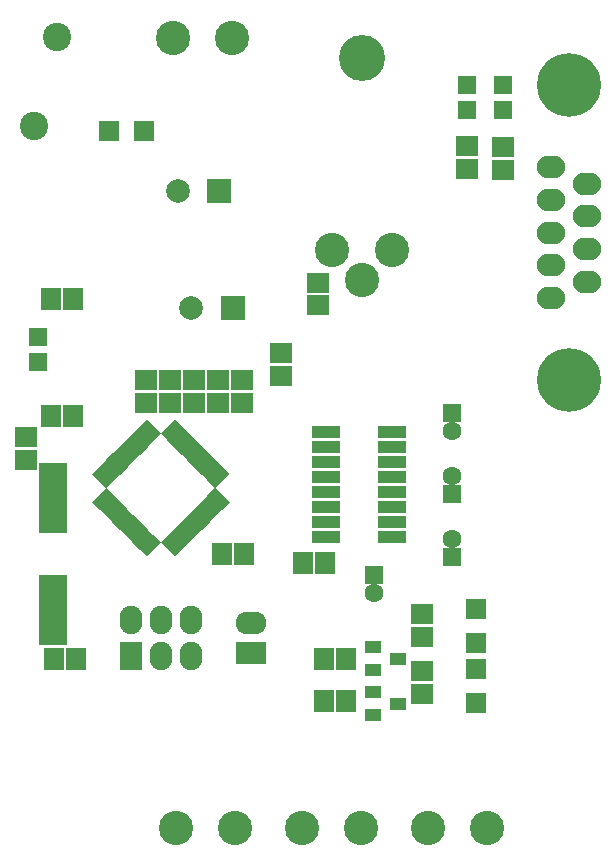
<source format=gts>
G04 #@! TF.FileFunction,Soldermask,Top*
%FSLAX46Y46*%
G04 Gerber Fmt 4.6, Leading zero omitted, Abs format (unit mm)*
G04 Created by KiCad (PCBNEW 4.0.6) date 12/06/17 14:38:59*
%MOMM*%
%LPD*%
G01*
G04 APERTURE LIST*
%ADD10C,0.100000*%
%ADD11R,1.598880X1.598880*%
%ADD12C,2.899360*%
%ADD13C,3.897580*%
%ADD14R,1.700480X1.799540*%
%ADD15R,1.700480X1.898600*%
%ADD16R,1.898600X1.700480*%
%ADD17R,2.000000X2.000000*%
%ADD18C,2.000000*%
%ADD19R,1.799540X1.700480*%
%ADD20C,2.900000*%
%ADD21R,1.924000X2.398980*%
%ADD22O,1.924000X2.398980*%
%ADD23R,2.599640X1.924000*%
%ADD24O,2.599640X1.924000*%
%ADD25C,5.401260*%
%ADD26O,2.398980X1.901140*%
%ADD27R,1.400760X0.999440*%
%ADD28C,2.400000*%
%ADD29R,2.398980X0.999440*%
%ADD30R,2.398980X5.899100*%
%ADD31R,1.600000X1.600000*%
%ADD32C,1.600000*%
G04 APERTURE END LIST*
D10*
D11*
X22606000Y-45432980D03*
X22606000Y-47531020D03*
X58928000Y-26195020D03*
X58928000Y-24096980D03*
X61976000Y-26195020D03*
X61976000Y-24096980D03*
D12*
X52578000Y-38049200D03*
X47498000Y-38049200D03*
X50038000Y-40589200D03*
D13*
X50038000Y-21793200D03*
D14*
X31549340Y-27940000D03*
X28648660Y-27940000D03*
D15*
X25590500Y-52070000D03*
X23685500Y-52070000D03*
X23939500Y-72644000D03*
X25844500Y-72644000D03*
X38163500Y-63754000D03*
X40068500Y-63754000D03*
D16*
X21590000Y-55816500D03*
X21590000Y-53911500D03*
D17*
X37945000Y-33020000D03*
D18*
X34445000Y-33020000D03*
D16*
X46355000Y-40830500D03*
X46355000Y-42735500D03*
X43180000Y-46799500D03*
X43180000Y-48704500D03*
D17*
X39088000Y-42926000D03*
D18*
X35588000Y-42926000D03*
D15*
X46926500Y-64516000D03*
X45021500Y-64516000D03*
D19*
X59690000Y-68399660D03*
X59690000Y-71300340D03*
X59690000Y-73479660D03*
X59690000Y-76380340D03*
D20*
X39076000Y-20066000D03*
X34076000Y-20066000D03*
D21*
X30480000Y-72384920D03*
D22*
X30480000Y-69347080D03*
X33020000Y-72384920D03*
X33020000Y-69347080D03*
X35560000Y-72384920D03*
X35560000Y-69347080D03*
D23*
X40640000Y-72136000D03*
D24*
X40640000Y-69596000D03*
D25*
X67564000Y-24081740D03*
D26*
X66045080Y-36576000D03*
X66045080Y-33804860D03*
X66045080Y-31036260D03*
X66045080Y-39347140D03*
X66045080Y-42115740D03*
X69082920Y-40731440D03*
X69082920Y-37960300D03*
X69082920Y-35191700D03*
X69082920Y-32420560D03*
D25*
X67564000Y-49070260D03*
D20*
X55666000Y-86995000D03*
X60666000Y-86995000D03*
X44998000Y-86995000D03*
X49998000Y-86995000D03*
X34330000Y-86995000D03*
X39330000Y-86995000D03*
D27*
X51013360Y-71691500D03*
X53126640Y-72644000D03*
X51013360Y-73596500D03*
X51013360Y-75501500D03*
X53126640Y-76454000D03*
X51013360Y-77406500D03*
D16*
X39878000Y-49085500D03*
X39878000Y-50990500D03*
X37846000Y-49085500D03*
X37846000Y-50990500D03*
D15*
X48704500Y-72644000D03*
X46799500Y-72644000D03*
X48704500Y-76200000D03*
X46799500Y-76200000D03*
D16*
X55118000Y-70802500D03*
X55118000Y-68897500D03*
X55118000Y-75628500D03*
X55118000Y-73723500D03*
X35814000Y-49085500D03*
X35814000Y-50990500D03*
X33782000Y-49085500D03*
X33782000Y-50990500D03*
D28*
X24241000Y-19999000D03*
X22241000Y-27499000D03*
D10*
G36*
X30138235Y-54047690D02*
X31340656Y-55250111D01*
X30668071Y-55922696D01*
X29465650Y-54720275D01*
X30138235Y-54047690D01*
X30138235Y-54047690D01*
G37*
G36*
X29574275Y-54611650D02*
X30776696Y-55814071D01*
X30104111Y-56486656D01*
X28901690Y-55284235D01*
X29574275Y-54611650D01*
X29574275Y-54611650D01*
G37*
G36*
X29008519Y-55177407D02*
X30210940Y-56379828D01*
X29538355Y-57052413D01*
X28335934Y-55849992D01*
X29008519Y-55177407D01*
X29008519Y-55177407D01*
G37*
G36*
X28442763Y-55743163D02*
X29645184Y-56945584D01*
X28972599Y-57618169D01*
X27770178Y-56415748D01*
X28442763Y-55743163D01*
X28442763Y-55743163D01*
G37*
G36*
X27877007Y-56308919D02*
X29079428Y-57511340D01*
X28406843Y-58183925D01*
X27204422Y-56981504D01*
X27877007Y-56308919D01*
X27877007Y-56308919D01*
G37*
G36*
X31835504Y-52350422D02*
X33037925Y-53552843D01*
X32365340Y-54225428D01*
X31162919Y-53023007D01*
X31835504Y-52350422D01*
X31835504Y-52350422D01*
G37*
G36*
X31269748Y-52916178D02*
X32472169Y-54118599D01*
X31799584Y-54791184D01*
X30597163Y-53588763D01*
X31269748Y-52916178D01*
X31269748Y-52916178D01*
G37*
G36*
X30703992Y-53481934D02*
X31906413Y-54684355D01*
X31233828Y-55356940D01*
X30031407Y-54154519D01*
X30703992Y-53481934D01*
X30703992Y-53481934D01*
G37*
G36*
X28406843Y-58148075D02*
X29079428Y-58820660D01*
X27877007Y-60023081D01*
X27204422Y-59350496D01*
X28406843Y-58148075D01*
X28406843Y-58148075D01*
G37*
G36*
X28972599Y-58713831D02*
X29645184Y-59386416D01*
X28442763Y-60588837D01*
X27770178Y-59916252D01*
X28972599Y-58713831D01*
X28972599Y-58713831D01*
G37*
G36*
X29538355Y-59279587D02*
X30210940Y-59952172D01*
X29008519Y-61154593D01*
X28335934Y-60482008D01*
X29538355Y-59279587D01*
X29538355Y-59279587D01*
G37*
G36*
X30104111Y-59845344D02*
X30776696Y-60517929D01*
X29574275Y-61720350D01*
X28901690Y-61047765D01*
X30104111Y-59845344D01*
X30104111Y-59845344D01*
G37*
G36*
X30668071Y-60409304D02*
X31340656Y-61081889D01*
X30138235Y-62284310D01*
X29465650Y-61611725D01*
X30668071Y-60409304D01*
X30668071Y-60409304D01*
G37*
G36*
X31233828Y-60975060D02*
X31906413Y-61647645D01*
X30703992Y-62850066D01*
X30031407Y-62177481D01*
X31233828Y-60975060D01*
X31233828Y-60975060D01*
G37*
G36*
X31799584Y-61540816D02*
X32472169Y-62213401D01*
X31269748Y-63415822D01*
X30597163Y-62743237D01*
X31799584Y-61540816D01*
X31799584Y-61540816D01*
G37*
G36*
X32365340Y-62106572D02*
X33037925Y-62779157D01*
X31835504Y-63981578D01*
X31162919Y-63308993D01*
X32365340Y-62106572D01*
X32365340Y-62106572D01*
G37*
G36*
X33674660Y-62106572D02*
X34877081Y-63308993D01*
X34204496Y-63981578D01*
X33002075Y-62779157D01*
X33674660Y-62106572D01*
X33674660Y-62106572D01*
G37*
G36*
X34240416Y-61540816D02*
X35442837Y-62743237D01*
X34770252Y-63415822D01*
X33567831Y-62213401D01*
X34240416Y-61540816D01*
X34240416Y-61540816D01*
G37*
G36*
X34806172Y-60975060D02*
X36008593Y-62177481D01*
X35336008Y-62850066D01*
X34133587Y-61647645D01*
X34806172Y-60975060D01*
X34806172Y-60975060D01*
G37*
G36*
X35371929Y-60409304D02*
X36574350Y-61611725D01*
X35901765Y-62284310D01*
X34699344Y-61081889D01*
X35371929Y-60409304D01*
X35371929Y-60409304D01*
G37*
G36*
X35935889Y-59845344D02*
X37138310Y-61047765D01*
X36465725Y-61720350D01*
X35263304Y-60517929D01*
X35935889Y-59845344D01*
X35935889Y-59845344D01*
G37*
G36*
X36501645Y-59279587D02*
X37704066Y-60482008D01*
X37031481Y-61154593D01*
X35829060Y-59952172D01*
X36501645Y-59279587D01*
X36501645Y-59279587D01*
G37*
G36*
X37067401Y-58713831D02*
X38269822Y-59916252D01*
X37597237Y-60588837D01*
X36394816Y-59386416D01*
X37067401Y-58713831D01*
X37067401Y-58713831D01*
G37*
G36*
X37633157Y-58148075D02*
X38835578Y-59350496D01*
X38162993Y-60023081D01*
X36960572Y-58820660D01*
X37633157Y-58148075D01*
X37633157Y-58148075D01*
G37*
G36*
X38162993Y-56308919D02*
X38835578Y-56981504D01*
X37633157Y-58183925D01*
X36960572Y-57511340D01*
X38162993Y-56308919D01*
X38162993Y-56308919D01*
G37*
G36*
X37597237Y-55743163D02*
X38269822Y-56415748D01*
X37067401Y-57618169D01*
X36394816Y-56945584D01*
X37597237Y-55743163D01*
X37597237Y-55743163D01*
G37*
G36*
X37031481Y-55177407D02*
X37704066Y-55849992D01*
X36501645Y-57052413D01*
X35829060Y-56379828D01*
X37031481Y-55177407D01*
X37031481Y-55177407D01*
G37*
G36*
X36465725Y-54611650D02*
X37138310Y-55284235D01*
X35935889Y-56486656D01*
X35263304Y-55814071D01*
X36465725Y-54611650D01*
X36465725Y-54611650D01*
G37*
G36*
X35901765Y-54047690D02*
X36574350Y-54720275D01*
X35371929Y-55922696D01*
X34699344Y-55250111D01*
X35901765Y-54047690D01*
X35901765Y-54047690D01*
G37*
G36*
X35336008Y-53481934D02*
X36008593Y-54154519D01*
X34806172Y-55356940D01*
X34133587Y-54684355D01*
X35336008Y-53481934D01*
X35336008Y-53481934D01*
G37*
G36*
X34770252Y-52916178D02*
X35442837Y-53588763D01*
X34240416Y-54791184D01*
X33567831Y-54118599D01*
X34770252Y-52916178D01*
X34770252Y-52916178D01*
G37*
G36*
X34204496Y-52350422D02*
X34877081Y-53023007D01*
X33674660Y-54225428D01*
X33002075Y-53552843D01*
X34204496Y-52350422D01*
X34204496Y-52350422D01*
G37*
D29*
X52578000Y-62357000D03*
X52578000Y-61087000D03*
X52578000Y-59817000D03*
X52578000Y-58547000D03*
X52578000Y-57277000D03*
X52578000Y-56007000D03*
X52578000Y-54737000D03*
X52578000Y-53467000D03*
X46990000Y-53467000D03*
X46990000Y-54737000D03*
X46990000Y-56007000D03*
X46990000Y-57277000D03*
X46990000Y-58547000D03*
X46990000Y-59817000D03*
X46990000Y-61087000D03*
X46990000Y-62357000D03*
D30*
X23876000Y-68503800D03*
X23876000Y-59004200D03*
D16*
X31750000Y-50990500D03*
X31750000Y-49085500D03*
D31*
X57658000Y-63996000D03*
D32*
X57658000Y-62496000D03*
D31*
X57658000Y-58662000D03*
D32*
X57658000Y-57162000D03*
D31*
X51054000Y-65544000D03*
D32*
X51054000Y-67044000D03*
D31*
X57658000Y-51828000D03*
D32*
X57658000Y-53328000D03*
D16*
X62000000Y-29347500D03*
X62000000Y-31252500D03*
X58928000Y-29273500D03*
X58928000Y-31178500D03*
D15*
X23685500Y-42164000D03*
X25590500Y-42164000D03*
M02*

</source>
